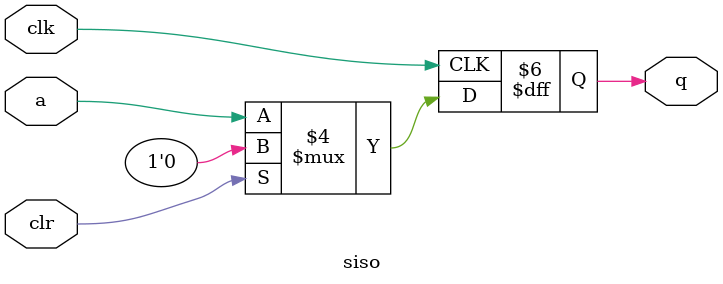
<source format=v>
`timescale 1ns / 1ps
module siso(clk,clr,a,q );
input a,clk,clr;
output q;
reg q;
always @(posedge clk)
begin
if(clr ==1'b1)
q<=1'b0;
else
q<=a;
end
endmodule

</source>
